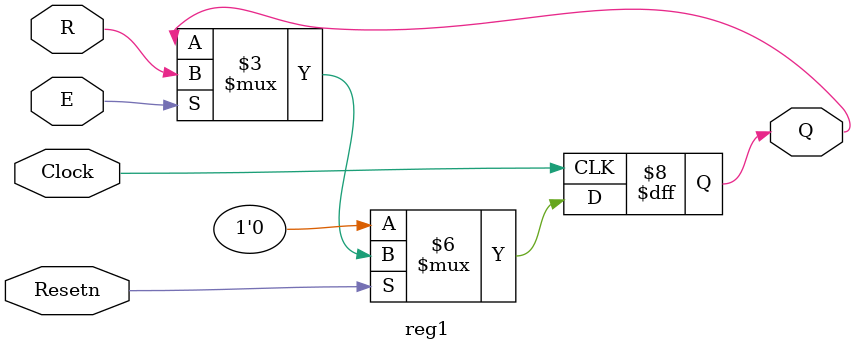
<source format=v>
module proc(DIN, Resetn, Clock, Run, DOUT, ADDR, W);
    input [15:0] DIN;
    input Resetn, Clock, Run;
    output wire [15:0] DOUT;
    output wire [15:0] ADDR;
    output wire W;

    wire [0:7] R_in; // r0, ..., r7 register enables
    reg rX_in, IR_in, ADDR_in, Done, DOUT_in, A_in, G_in, AddSub, ALU_and,Rec;
    reg [2:0] Tstep_Q, Tstep_D;
    reg [15:0] BusWires;
    reg [3:0] Select; // BusWires selector
    reg [15:0] Sum;
    wire [2:0] III, rX, rY; // instruction opcode and register operands
    wire [15:0] r0, r1, r2, r3, r4, r5, r6, pc, A;
    wire [15:0] G;
    wire [15:0] IR;
	 
	 reg C,Z,N;
	 wire C_rec,Z_rec,N_rec;
	 
    reg pc_incr;    // used to increment the pc
    reg pc_in;      // used to load the pc
    reg W_D;        // used for write signal
    wire Imm;
   
    assign III = IR[15:13];
    assign Imm = IR[12];
    assign rX = IR[11:9];
    assign rY = IR[2:0];
    dec3to8 decX (rX_in, rX, R_in); // produce r0 - r7 register enables

    parameter T0 = 3'b000, T1 = 3'b001, T2 = 3'b010, T3 = 3'b011, T4 = 3'b100, T5 = 3'b101;

    // Control FSM state table
    always @(Tstep_Q, Run, Done)
        case (Tstep_Q)
            T0: // instruction fetch
                if (~Run) Tstep_D = T0;
                else Tstep_D = T1;
            T1: // wait cycle for synchronous memory
                Tstep_D = T2;
            T2: // this time step stores the instruction word in IR
                Tstep_D = T3;
            T3: if (Done) Tstep_D = T0;
                else Tstep_D = T4;
            T4: if (Done) Tstep_D = T0;
                else Tstep_D = T5;
            T5: // instructions end after this time step
                Tstep_D = T0;
            default: Tstep_D = 3'bxxx;
        endcase

    /* OPCODE format: III M XXX DDDDDDDDD, where 
    *     III = instruction, M = Immediate, XXX = rX. If M = 0, DDDDDDDDD = 000000YYY = rY
    *     If M = 1, DDDDDDDDD = #D is the immediate operand 
    *
    *  III M  Instruction   Description
    *  --- -  -----------   -----------
    *  000 0: mv   rX,rY    rX <- rY
    *  000 1: mv   rX,#D    rX <- D (sign extended)
    *  001 1: mvt  rX,#D    rX <- D << 8
    *  010 0: add  rX,rY    rX <- rX + rY
    *  010 1: add  rX,#D    rX <- rX + D
    *  011 0: sub  rX,rY    rX <- rX - rY
    *  011 1: sub  rX,#D    rX <- rX - D
    *  100 0: ld   rX,[rY]  rX <- [rY]
    *  101 0: st   rX,[rY]  [rY] <- rX
    *  110 0: and  rX,rY    rX <- rX & rY
    *  110 1: and  rX,#D    rX <- rX & D */
    parameter none = 3'b000, eq = 3'b001, ne = 3'b010, cc = 3'b011, cs = 3'b100, pl = 3'b101, mi = 3'b110;
	 parameter mv = 3'b000, mvt = 3'b001, add = 3'b010, sub = 3'b011, ld = 3'b100, st = 3'b101,
	     and_ = 3'b110, branch = 1'b0, not_branch =1'b1;
    // selectors for the BusWires multiplexer
    parameter R0_SELECT = 4'b0000, R1_SELECT = 4'b0001, R2_SELECT = 4'b0010, 
        R3_SELECT = 4'b0011, R4_SELECT = 4'b0100, R5_SELECT = 4'b0101, R6_SELECT = 4'b0110, 
        PC_SELECT = 4'b0111, G_SELECT = 4'b1000, 
        SGN_IR8_0_SELECT /* signed-extended immediate data */ = 4'b1001, 
        IR7_0_0_0_SELECT /* immediate data << 8 */ = 4'b1010,
        DIN_SELECT /* data-in from memory */ = 4'b1011;
    // Control FSM outputs
    always @(*) begin
        // default values for control signals
        rX_in = 1'b0; A_in = 1'b0; G_in = 1'b0; IR_in = 1'b0; DOUT_in = 1'b0; ADDR_in = 1'b0; 
        Select = 4'bxxxx; AddSub = 1'b0; ALU_and = 1'b0; W_D = 1'b0; Done = 1'b0; Rec = 1'b0;
        pc_in = R_in[7] /* default pc enable */; pc_incr = 1'b0;

        case (Tstep_Q)
            T0: begin // fetch the instruction
                Select = PC_SELECT;  // put pc onto the internal bus
                ADDR_in = 1'b1;
                pc_incr = Run; // to increment pc
            end
            T1: // wait cycle for synchronous memory
                ;
            T2: // store instruction on DIN in IR 
                IR_in = 1'b1;
            T3: // define signals in T3
                case (III)
                    mv: begin
                        if (!Imm) Select = rY;          // mv rX, rY
                        else Select = SGN_IR8_0_SELECT; // mv rX, #D
                        rX_in = 1'b1;                   // enable the rX register
                        Done = 1'b1;
                    end
                    mvt:
								case(Imm)
									not_branch:begin
										Select = IR7_0_0_0_SELECT ;
										rX_in = 1'b1;
										Done = 1'b1;
									end
									branch:begin
										Select = PC_SELECT;
										A_in = 1'b1;
									end
									default:;
								endcase
                    add, sub, and_: begin
								Select = rX;
								A_in = 1'b1;
                        
                    end
                    ld, st: begin
								Select = rY;
								ADDR_in = 1'b1;
                        // ... your code goes here
                    end
                    default: ;
                endcase
            T4: // define signals T2
                case (III)
						  mvt: begin
								Select = SGN_IR8_0_SELECT;
								AddSub = 1'b0;
								G_in = 1'b1;
						  end
									
                    add: begin
                        if(Imm) Select = SGN_IR8_0_SELECT;
								else Select = rY;
								
								AddSub = 1'b0;
								G_in = 1'b1;
								Rec = 1'b1;
                    end
                    sub: begin
								if(Imm) Select = SGN_IR8_0_SELECT;
								else Select = rY;
								
								AddSub = 1'b1;
								G_in =1'b1;
								Rec = 1'b1;
                        // ... your code goes here
                    end
                    and_: begin
								if(Imm) Select = SGN_IR8_0_SELECT;
								else Select = rY;
								
								ALU_and = 1'b1;
								G_in =1'b1;
								Rec = 1'b1;
                        // ... your code goes here
                    end
                    ld: // wait cycle for synchronous memory
                        ;
                    st: begin
								Select = rX;
								DOUT_in = 1'b1;
								W_D = 1'b1;			
                        // ... your code goes here
                    end
                    default: ; 
                endcase
            T5: // define T3
                case (III)
						  mvt:begin
								Select = G_SELECT;
								case(rX)
									 none: pc_in = 1'b1;					 
									 eq: pc_in = Z_rec;							 
									 ne: pc_in = ~Z_rec;								 
									 cc: pc_in = ~C_rec;								 
									 cs: pc_in = C_rec;								 
									 pl: pc_in = ~N_rec;	 
									 mi: pc_in = N_rec;
									 default:;
								endcase
								Done = 1'b1;
						  end
                    add, sub, and_: begin
                        Select = G_SELECT;
								rX_in = 1'b01;
								Done = 1'b01;
                    end
                    ld: begin
								Select = DIN_SELECT;
								rX_in = 1'b1;
								Done = 1'b1;
                        // ... your code goes here
                    end
                    st: // wait cycle for synhronous memory
								Done = 1'b1;
                        // ... your code goes here
                    default: ;
                endcase
            default: ;
        endcase
    end   
   
    // Control FSM flip-flops
    always @(posedge Clock)
        if (!Resetn)
            Tstep_Q <= T0;
        else
            Tstep_Q <= Tstep_D;   
   
    regn reg_0 (BusWires, Resetn, R_in[0], Clock, r0);
    regn reg_1 (BusWires, Resetn, R_in[1], Clock, r1);
    regn reg_2 (BusWires, Resetn, R_in[2], Clock, r2);
    regn reg_3 (BusWires, Resetn, R_in[3], Clock, r3);
    regn reg_4 (BusWires, Resetn, R_in[4], Clock, r4);
    regn reg_5 (BusWires, Resetn, R_in[5], Clock, r5);
    regn reg_6 (BusWires, Resetn, R_in[6], Clock, r6);

    // r7 is program counter
    // module pc_count(R, Resetn, Clock, E, L, Q);
    pc_count reg_pc (BusWires, Resetn, Clock, pc_incr, pc_in, pc);

    regn reg_A (BusWires, Resetn, A_in, Clock, A);
    regn reg_DOUT (BusWires, Resetn, DOUT_in, Clock, DOUT);
    regn reg_ADDR (BusWires, Resetn, ADDR_in, Clock, ADDR);
    regn reg_IR (DIN, Resetn, IR_in, Clock, IR);

    flipflop reg_W (W_D, Resetn, Clock, W);
    
    // alu
    always @(*)begin
        if (!ALU_and)
            if (!AddSub)
                {C,Sum} = A + BusWires;
            else
                {C,Sum} = A + ~BusWires + 16'b1;
		  else
            {C,Sum} = A & BusWires;

		  if(Sum == 0)
				Z = 1'b1;
		  else
				Z = 1'b0;
		  N = Sum >> 15;
	 end
    regn reg_G (Sum, Resetn, G_in, Clock, G);
	 
	 reg1 reg_C (C, Resetn, Rec, Clock, C_rec);
	 reg1 reg_Z (Z, Resetn, Rec, Clock, Z_rec);
	 reg1 reg_N (N, Resetn, Rec, Clock, N_rec);

    // define the internal processor bus
    always @(*)
        case (Select)
            R0_SELECT: BusWires = r0;
            R1_SELECT: BusWires = r1;
            R2_SELECT: BusWires = r2;
            R3_SELECT: BusWires = r3;
            R4_SELECT: BusWires = r4;
            R5_SELECT: BusWires = r5;
            R6_SELECT: BusWires = r6;
            PC_SELECT: BusWires = pc;
            G_SELECT: BusWires = G;
            SGN_IR8_0_SELECT: BusWires = {{7{IR[8]}}, IR[8:0]}; // sign extended
            IR7_0_0_0_SELECT: BusWires = {IR[7:0], 8'b0};
            DIN_SELECT: BusWires = DIN;
            default: BusWires = 16'bx;
        endcase
endmodule

module pc_count(R, Resetn, Clock, E, L, Q);
    input [15:0] R;
    input Resetn, Clock, E, L;
    output [15:0] Q;
    reg [15:0] Q;
   
    always @(posedge Clock)
        if (!Resetn)
            Q <= 16'b0;
        else if (L)
            Q <= R;
        else if (E)
            Q <= Q + 1'b1;
endmodule

module dec3to8(E, W, Y);
    input E; // enable
    input [2:0] W;
    output [0:7] Y;
    reg [0:7] Y;
   
    always @(*)
        if (E == 0)
            Y = 8'b00000000;
        else
            case (W)
                3'b000: Y = 8'b10000000;
                3'b001: Y = 8'b01000000;
                3'b010: Y = 8'b00100000;
                3'b011: Y = 8'b00010000;
                3'b100: Y = 8'b00001000;
                3'b101: Y = 8'b00000100;
                3'b110: Y = 8'b00000010;
                3'b111: Y = 8'b00000001;
            endcase
endmodule

module regn(R, Resetn, E, Clock, Q);
    parameter n = 16;
    input [n-1:0] R;
    input Resetn, E, Clock;
    output [n-1:0] Q;
    reg [n-1:0] Q;

    always @(posedge Clock)
        if (!Resetn)
            Q <= 0;
        else if (E)
            Q <= R;
endmodule

module reg1(R, Resetn, E, Clock, Q);
    input R;
    input Resetn, E, Clock;
    output Q;
    reg Q;

    always @(posedge Clock)
        if (!Resetn)
            Q <= 0;
        else if (E)
            Q <= R;
endmodule






</source>
